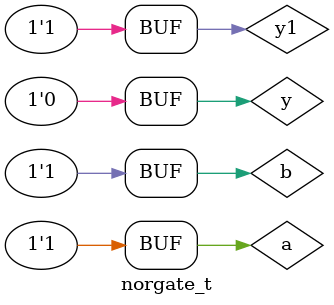
<source format=v>
module norgate_t;
reg a,b;
wire y1;
or norgate_t(y1,a,b);
not norgate_t(y,y1);
initial		
begin
#10 a=0;b=0;
#10 a=0;b=1;
#10 a=1;b=0;
#10 a=1;b=1;
end
initial
begin					
$monitor($time,"a=%b, b=%b, y=%b",a,b,y); 
end
initial
begin
$dumpfile("nor.vcd");	
$dumpvars(0,norgate_t);		
end
endmodule 
</source>
